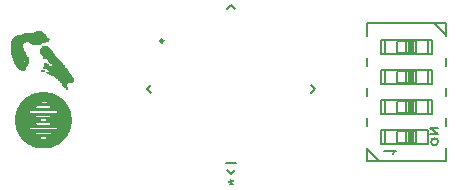
<source format=gbo>
G04 Layer_Color=32896*
%FSLAX44Y44*%
%MOMM*%
G71*
G01*
G75*
%ADD40C,0.2500*%
%ADD41C,0.0254*%
%ADD43C,0.2000*%
%ADD74C,0.1000*%
%ADD75C,0.1524*%
G36*
X436012Y408718D02*
X436053Y408270D01*
X436067Y407904D01*
X436080Y407591D01*
Y407347D01*
X436067Y407198D01*
Y407089D01*
Y407062D01*
X436392Y407306D01*
X436718Y407523D01*
X437031Y407727D01*
X437329Y407890D01*
X437574Y408026D01*
X437764Y408134D01*
X437832Y408175D01*
X437886Y408202D01*
X437927Y408216D01*
X437940Y408230D01*
X438511Y407089D01*
X438103Y406899D01*
X437737Y406722D01*
X437397Y406573D01*
X437099Y406464D01*
X436841Y406369D01*
X436650Y406288D01*
X436528Y406247D01*
X436501D01*
X436488Y406234D01*
X436854Y405948D01*
X437180Y405704D01*
X437452Y405460D01*
X437696Y405270D01*
X437886Y405107D01*
X438035Y404984D01*
X438117Y404903D01*
X438144Y404876D01*
X437261Y403993D01*
X437180Y404075D01*
X437071Y404183D01*
X436868Y404414D01*
X436637Y404699D01*
X436406Y404957D01*
X436202Y405215D01*
X436107Y405310D01*
X436026Y405419D01*
X435958Y405487D01*
X435917Y405555D01*
X435877Y405595D01*
X435863Y405609D01*
X435768Y405324D01*
X435646Y405011D01*
X435523Y404672D01*
X435388Y404373D01*
X435252Y404075D01*
X435198Y403939D01*
X435157Y403844D01*
X435116Y403749D01*
X435075Y403681D01*
X435062Y403640D01*
X435048Y403627D01*
X433921Y404210D01*
X434315Y404876D01*
X434505Y405174D01*
X434682Y405460D01*
X434831Y405690D01*
X434940Y405881D01*
X434980Y405948D01*
X435021Y405989D01*
X435035Y406030D01*
X435048Y406044D01*
X434804D01*
X434464Y406057D01*
X434125Y406071D01*
X433772Y406098D01*
X433432Y406138D01*
X433161Y406166D01*
X432971D01*
X432930Y406179D01*
X432903D01*
X433106Y407415D01*
X433432Y407361D01*
X433772Y407293D01*
X434111Y407198D01*
X434437Y407116D01*
X434736Y407035D01*
X434980Y406953D01*
X435075Y406940D01*
X435143Y406926D01*
X435184Y406912D01*
X435198Y406899D01*
X435075Y407374D01*
X434967Y407781D01*
X434899Y408148D01*
X434831Y408460D01*
X434777Y408705D01*
X434736Y408881D01*
Y408990D01*
X434722Y409031D01*
X435971Y409248D01*
X436012Y408718D01*
D02*
G37*
D40*
X378273Y526092D02*
G03*
X378273Y526092I-1250J0D01*
G01*
D41*
X273812Y435773D02*
X279146D01*
X272034Y436027D02*
X280924D01*
X270764Y436281D02*
X281940D01*
X269748Y436535D02*
X282956D01*
X268986Y436789D02*
X283718D01*
X268224Y437043D02*
X284480D01*
X267462Y437297D02*
X285242D01*
X266954Y437551D02*
X285750D01*
X266446Y437805D02*
X286258D01*
X265938Y438059D02*
X287020D01*
X265430Y438313D02*
X287528D01*
X264922Y438567D02*
X287782D01*
X264414Y438821D02*
X288290D01*
X264160Y439075D02*
X288798D01*
X263652Y439329D02*
X289052D01*
X263144Y439583D02*
X289560D01*
X262890Y439837D02*
X289814D01*
X262636Y440091D02*
X290322D01*
X262128Y440345D02*
X290576D01*
X261874Y440599D02*
X290830D01*
X261620Y440853D02*
X291338D01*
X261112Y441107D02*
X291592D01*
X260858Y441361D02*
X291846D01*
X260604Y441615D02*
X292100D01*
X260350Y441869D02*
X292354D01*
X260096Y442123D02*
X292608D01*
X259842Y442377D02*
X292862D01*
X259588Y442631D02*
X293116D01*
X259334Y442885D02*
X293370D01*
X278638Y443139D02*
X293624D01*
X259080D02*
X274320D01*
X278892Y443393D02*
X293878D01*
X258826D02*
X273812D01*
X279146Y443647D02*
X294132D01*
X258572D02*
X273558D01*
X279146Y443901D02*
X294386D01*
X258318D02*
X273558D01*
X279146Y444155D02*
X294640D01*
X258064D02*
X273558D01*
X279146Y444409D02*
X294894D01*
X258064D02*
X273558D01*
X279146Y444663D02*
X294894D01*
X257810D02*
X273812D01*
X278892Y444917D02*
X295148D01*
X257556D02*
X274066D01*
X257302Y445171D02*
X295402D01*
X257302Y445425D02*
X295656D01*
X257048Y445679D02*
X295656D01*
X256794Y445933D02*
X295910D01*
X256794Y446187D02*
X296164D01*
X256540Y446441D02*
X296164D01*
X256286Y446695D02*
X296418D01*
X256286Y446949D02*
X296672D01*
X282448Y447203D02*
X296672D01*
X256032D02*
X270510D01*
X282702Y447457D02*
X296926D01*
X255778D02*
X270002D01*
X282956Y447711D02*
X296926D01*
X255778D02*
X270002D01*
X282956Y447965D02*
X297180D01*
X255524D02*
X269748D01*
X282956Y448219D02*
X297180D01*
X255524D02*
X269748D01*
X282956Y448473D02*
X297434D01*
X255270D02*
X270002D01*
X282702Y448727D02*
X297434D01*
X255270D02*
X270002D01*
X282448Y448981D02*
X297688D01*
X255016D02*
X270256D01*
X255016Y449235D02*
X297688D01*
X254762Y449489D02*
X297942D01*
X254762Y449743D02*
X297942D01*
X254762Y449997D02*
X298196D01*
X254508Y450251D02*
X298196D01*
X254508Y450505D02*
X298450D01*
X254254Y450759D02*
X298450D01*
X254254Y451013D02*
X298450D01*
X288036Y451267D02*
X298704D01*
X254254D02*
X264922D01*
X288290Y451521D02*
X298704D01*
X254000D02*
X264414D01*
X288290Y451775D02*
X298704D01*
X254000D02*
X264414D01*
X288544Y452029D02*
X298958D01*
X254000D02*
X264414D01*
X288544Y452283D02*
X298958D01*
X253746D02*
X264414D01*
X288290Y452537D02*
X298958D01*
X253746D02*
X264414D01*
X288290Y452791D02*
X299212D01*
X253746D02*
X264414D01*
X288036Y453045D02*
X299212D01*
X253492D02*
X264922D01*
X253492Y453299D02*
X299212D01*
X253492Y453553D02*
X299212D01*
X253492Y453807D02*
X299466D01*
X253238Y454061D02*
X299466D01*
X253238Y454315D02*
X299466D01*
X253238Y454569D02*
X299466D01*
X253238Y454823D02*
X299466D01*
X253238Y455077D02*
X299720D01*
X282448Y455331D02*
X299720D01*
X253238D02*
X270256D01*
X282702Y455585D02*
X299720D01*
X252984D02*
X270002D01*
X282956Y455839D02*
X299720D01*
X252984D02*
X270002D01*
X282956Y456093D02*
X299720D01*
X252984D02*
X269748D01*
X282956Y456347D02*
X299720D01*
X252984D02*
X269748D01*
X282956Y456601D02*
X299720D01*
X252984D02*
X270002D01*
X282702Y456855D02*
X299974D01*
X252984D02*
X270002D01*
X282194Y457109D02*
X299974D01*
X252984D02*
X270510D01*
X252984Y457363D02*
X299974D01*
X252984Y457617D02*
X299974D01*
X252984Y457871D02*
X299974D01*
X252730Y458125D02*
X299974D01*
X278892Y458379D02*
X299974D01*
X252730D02*
X274066D01*
X279146Y458633D02*
X299974D01*
X252730D02*
X273812D01*
X279146Y458887D02*
X299974D01*
X252730D02*
X273558D01*
X279146Y459141D02*
X299974D01*
X252730D02*
X273558D01*
X279146Y459395D02*
X299974D01*
X252730D02*
X273558D01*
X279146Y459649D02*
X299974D01*
X252730D02*
X273558D01*
X278892Y459903D02*
X299974D01*
X252730D02*
X273812D01*
X278638Y460157D02*
X299974D01*
X252730D02*
X274320D01*
X252730Y460411D02*
X299974D01*
X252984Y460665D02*
X299974D01*
X252984Y460919D02*
X299974D01*
X252984Y461173D02*
X299974D01*
X282448Y461427D02*
X299974D01*
X252984D02*
X270256D01*
X282702Y461681D02*
X299720D01*
X252984D02*
X270002D01*
X282956Y461935D02*
X299720D01*
X252984D02*
X270002D01*
X282956Y462189D02*
X299720D01*
X252984D02*
X269748D01*
X282956Y462443D02*
X299720D01*
X252984D02*
X269748D01*
X282702Y462697D02*
X299720D01*
X252984D02*
X270002D01*
X282702Y462951D02*
X299720D01*
X252984D02*
X270256D01*
X282194Y463205D02*
X299720D01*
X253238D02*
X270510D01*
X253238Y463459D02*
X299720D01*
X253238Y463713D02*
X299466D01*
X253238Y463967D02*
X299466D01*
X253238Y464221D02*
X299466D01*
X253492Y464475D02*
X299466D01*
X253492Y464729D02*
X299212D01*
X253492Y464983D02*
X299212D01*
X253492Y465237D02*
X299212D01*
X288036Y465491D02*
X299212D01*
X253746D02*
X264668D01*
X288290Y465745D02*
X298958D01*
X253746D02*
X264414D01*
X288544Y465999D02*
X298958D01*
X253746D02*
X264414D01*
X288544Y466253D02*
X298958D01*
X253746D02*
X264414D01*
X288544Y466507D02*
X298958D01*
X254000D02*
X264414D01*
X288290Y466761D02*
X298704D01*
X254000D02*
X264414D01*
X288036Y467015D02*
X298704D01*
X254000D02*
X264668D01*
X254254Y467269D02*
X298704D01*
X254254Y467523D02*
X298450D01*
X254508Y467777D02*
X298450D01*
X254508Y468031D02*
X298196D01*
X254508Y468285D02*
X298196D01*
X254762Y468539D02*
X298196D01*
X254762Y468793D02*
X297942D01*
X255016Y469047D02*
X297942D01*
X282194Y469301D02*
X297688D01*
X255016D02*
X270510D01*
X282702Y469555D02*
X297688D01*
X255270D02*
X270256D01*
X282702Y469809D02*
X297434D01*
X255270D02*
X270002D01*
X282956Y470063D02*
X297434D01*
X255524D02*
X269748D01*
X282956Y470317D02*
X297180D01*
X255524D02*
X269748D01*
X282956Y470571D02*
X297180D01*
X255778D02*
X270002D01*
X282702Y470825D02*
X296926D01*
X255778D02*
X270002D01*
X282448Y471079D02*
X296926D01*
X256032D02*
X270256D01*
X256032Y471333D02*
X296672D01*
X256286Y471587D02*
X296418D01*
X256540Y471841D02*
X296418D01*
X256540Y472095D02*
X296164D01*
X256794Y472349D02*
X295910D01*
X257048Y472603D02*
X295910D01*
X257048Y472857D02*
X295656D01*
X257302Y473111D02*
X295402D01*
X279400Y473365D02*
X295402D01*
X257556D02*
X275082D01*
X279908Y473619D02*
X295148D01*
X257810D02*
X274828D01*
X280162Y473873D02*
X294894D01*
X257810D02*
X274574D01*
X280162Y474127D02*
X294640D01*
X258064D02*
X274574D01*
X280162Y474381D02*
X294386D01*
X258318D02*
X274574D01*
X280162Y474635D02*
X294386D01*
X258572D02*
X274574D01*
X279908Y474889D02*
X294132D01*
X258826D02*
X274574D01*
X279654Y475143D02*
X293878D01*
X259080D02*
X274828D01*
X259080Y475397D02*
X293624D01*
X259334Y475651D02*
X293370D01*
X259588Y475905D02*
X293116D01*
X259842Y476159D02*
X292862D01*
X260096Y476413D02*
X292608D01*
X260604Y476667D02*
X292354D01*
X260858Y476921D02*
X292100D01*
X261112Y477175D02*
X291592D01*
X261366Y477429D02*
X291338D01*
X261620Y477683D02*
X291084D01*
X262128Y477937D02*
X290830D01*
X262382Y478191D02*
X290322D01*
X262636Y478445D02*
X290068D01*
X263144Y478699D02*
X289814D01*
X263398Y478953D02*
X289306D01*
X263906Y479207D02*
X289052D01*
X264160Y479461D02*
X288544D01*
X264668Y479715D02*
X288036D01*
X265176Y479969D02*
X287528D01*
X265684Y480223D02*
X287274D01*
X266192Y480477D02*
X286512D01*
X266700Y480731D02*
X286004D01*
X267208Y480985D02*
X285496D01*
X267970Y481239D02*
X284734D01*
X268732Y481493D02*
X284226D01*
X269494Y481747D02*
X283464D01*
X270256Y482001D02*
X282448D01*
X271272Y482255D02*
X281432D01*
X272796Y482509D02*
X279908D01*
X275844Y482763D02*
X276860D01*
X296164Y485557D02*
X297180D01*
X296164Y485811D02*
X297180D01*
X295656Y486065D02*
X297180D01*
X295656Y486319D02*
X296418D01*
X295656Y486573D02*
X296418D01*
X294894Y486827D02*
X296418D01*
X294894Y487081D02*
X295910D01*
X294386Y487335D02*
X295910D01*
X294386Y487589D02*
X295910D01*
X294386Y487843D02*
X295910D01*
X293624Y488097D02*
X295910D01*
X293624Y488351D02*
X295910D01*
X293624Y488605D02*
X295910D01*
X292862Y488859D02*
X295910D01*
X292862Y489113D02*
X295910D01*
X292862Y489367D02*
X295910D01*
X292862Y489621D02*
X295910D01*
X292862Y489875D02*
X295910D01*
X292862Y490129D02*
X297180D01*
X292862Y490383D02*
X297180D01*
X292862Y490637D02*
X297180D01*
X291592Y490891D02*
X298450D01*
X291592Y491145D02*
X298450D01*
X291084Y491399D02*
X300990D01*
X290830Y491653D02*
X301244D01*
X290830Y491907D02*
X301244D01*
X290830Y492161D02*
X301752D01*
X291084Y492415D02*
X301752D01*
X290830Y492669D02*
X301752D01*
X289560Y492923D02*
X301752D01*
X289560Y493177D02*
X301752D01*
X289052Y493431D02*
X301752D01*
X289052Y493685D02*
X301752D01*
X289052Y493939D02*
X301752D01*
X297180Y494193D02*
X301752D01*
X289052D02*
X296418D01*
X297180Y494447D02*
X301752D01*
X289052D02*
X296418D01*
X297180Y494701D02*
X301752D01*
X288798D02*
X296418D01*
X297180Y494955D02*
X301244D01*
X287528D02*
X296418D01*
X297180Y495209D02*
X300990D01*
X287528D02*
X296418D01*
X297180Y495463D02*
X300736D01*
X287020D02*
X296672D01*
X287020Y495717D02*
X300482D01*
X287020Y495971D02*
X300482D01*
X296418Y496225D02*
X300482D01*
X287528D02*
X295656D01*
X285496D02*
X287020D01*
X296418Y496479D02*
X300482D01*
X287528D02*
X295656D01*
X285496D02*
X287020D01*
X296418Y496733D02*
X300482D01*
X284226D02*
X295656D01*
X284226Y496987D02*
X299974D01*
X284226Y497241D02*
X299974D01*
X283464D02*
X283718D01*
X285496Y497495D02*
X299974D01*
X284226D02*
X284988D01*
X283210D02*
X283718D01*
X285750Y497749D02*
X299212D01*
X284226D02*
X284988D01*
X282956D02*
X283718D01*
X285750Y498003D02*
X299212D01*
X284226D02*
X284988D01*
X282702D02*
X283718D01*
X292354Y498257D02*
X298450D01*
X281432D02*
X291846D01*
X292354Y498511D02*
X298450D01*
X281432D02*
X291592D01*
X292354Y498765D02*
X298450D01*
X282448D02*
X291592D01*
X280162D02*
X282194D01*
X282956Y499019D02*
X297688D01*
X280162D02*
X282194D01*
X282956Y499273D02*
X297688D01*
X280162D02*
X282194D01*
X280670Y499527D02*
X297688D01*
X278892D02*
X279654D01*
X282194Y499781D02*
X297688D01*
X278892D02*
X279654D01*
X282194Y500035D02*
X297688D01*
X278892D02*
X279654D01*
X295656Y500289D02*
X297688D01*
X293878D02*
X295148D01*
X291084D02*
X293116D01*
X282194D02*
X290322D01*
X276860D02*
X277622D01*
X295910Y500543D02*
X297688D01*
X293878D02*
X294894D01*
X291084D02*
X293116D01*
X282194D02*
X290322D01*
X276860D02*
X277622D01*
X295910Y500797D02*
X297434D01*
X293624D02*
X295148D01*
X291084D02*
X293116D01*
X281686D02*
X290322D01*
X274828D02*
X277622D01*
X281686Y501051D02*
X297180D01*
X274828D02*
X277114D01*
X259334D02*
X260096D01*
X258318D02*
X259080D01*
X281686Y501305D02*
X297180D01*
X274828D02*
X277114D01*
X258064D02*
X259842D01*
X296672Y501559D02*
X297180D01*
X289052D02*
X296418D01*
X280924D02*
X288290D01*
X274828D02*
X277114D01*
X257810D02*
X260096D01*
X289052Y501813D02*
X296418D01*
X280924D02*
X288290D01*
X257048D02*
X260096D01*
X289052Y502067D02*
X296418D01*
X280416D02*
X288290D01*
X258064D02*
X260604D01*
X256540D02*
X257810D01*
X293624Y502321D02*
X295910D01*
X287020D02*
X293116D01*
X280162D02*
X286258D01*
X256286D02*
X260604D01*
X293878Y502575D02*
X295910D01*
X287020D02*
X293116D01*
X280162D02*
X286258D01*
X256286D02*
X260858D01*
X293878Y502829D02*
X295910D01*
X287020D02*
X293116D01*
X279146D02*
X286258D01*
X276860D02*
X277876D01*
X259842D02*
X260858D01*
X257556D02*
X259588D01*
X256032D02*
X257302D01*
X276860Y503083D02*
X295148D01*
X255524D02*
X261366D01*
X287782Y503337D02*
X294894D01*
X276860D02*
X287528D01*
X255778D02*
X261620D01*
X287782Y503591D02*
X293878D01*
X276860D02*
X287020D01*
X259080D02*
X261366D01*
X255270D02*
X258826D01*
X287782Y503845D02*
X293878D01*
X276860D02*
X287020D01*
X257556D02*
X261366D01*
X255270D02*
X257302D01*
X254762D02*
X255016D01*
X289814Y504099D02*
X293878D01*
X287782D02*
X289560D01*
X276860D02*
X287020D01*
X254762D02*
X261620D01*
X292354Y504353D02*
X293878D01*
X290322D02*
X291592D01*
X282702D02*
X289560D01*
X277368D02*
X281178D01*
X254508D02*
X262128D01*
X292354Y504607D02*
X293878D01*
X290322D02*
X291592D01*
X282956D02*
X289560D01*
X277622D02*
X281178D01*
X261620D02*
X262128D01*
X259842D02*
X261366D01*
X257556D02*
X259588D01*
X255778D02*
X257302D01*
X254254D02*
X255524D01*
X292354Y504861D02*
X293878D01*
X290322D02*
X292100D01*
X288290D02*
X290068D01*
X282956D02*
X287782D01*
X277622D02*
X281178D01*
X260858D02*
X262128D01*
X259080D02*
X260604D01*
X253746D02*
X258826D01*
X288544Y505115D02*
X293878D01*
X283718D02*
X287528D01*
X277622D02*
X280416D01*
X261620D02*
X261874D01*
X254000D02*
X261366D01*
X288290Y505369D02*
X293878D01*
X283718D02*
X287782D01*
X277622D02*
X280416D01*
X258318D02*
X262382D01*
X253492D02*
X258064D01*
X291084Y505623D02*
X293370D01*
X285496D02*
X290322D01*
X283718D02*
X284988D01*
X277622D02*
X280416D01*
X261620D02*
X262636D01*
X258064D02*
X261366D01*
X257556D02*
X257810D01*
X255778D02*
X257302D01*
X253492D02*
X255524D01*
X291084Y505877D02*
X293116D01*
X286004D02*
X290322D01*
X283718D02*
X284988D01*
X277622D02*
X280416D01*
X253492D02*
X262636D01*
X291084Y506131D02*
X292862D01*
X286258D02*
X290322D01*
X283718D02*
X284988D01*
X277622D02*
X280416D01*
X253238D02*
X262636D01*
X286258Y506385D02*
X292608D01*
X283718D02*
X285496D01*
X277622D02*
X279146D01*
X261620D02*
X262636D01*
X254000D02*
X261366D01*
X252984D02*
X253746D01*
X286512Y506639D02*
X292354D01*
X283718D02*
X285750D01*
X277622D02*
X278892D01*
X260858D02*
X262636D01*
X252730D02*
X260604D01*
X289052Y506893D02*
X292354D01*
X282956D02*
X288290D01*
X277622D02*
X278638D01*
X259842D02*
X262636D01*
X258826D02*
X259588D01*
X257556D02*
X258572D01*
X252730D02*
X257302D01*
X252222D02*
X252476D01*
X289052Y507147D02*
X292354D01*
X282956D02*
X288290D01*
X277622D02*
X278384D01*
X262382D02*
X262890D01*
X260096D02*
X262128D01*
X256540D02*
X259842D01*
X252222D02*
X256286D01*
X289052Y507401D02*
X292354D01*
X282702D02*
X288290D01*
X277622D02*
X278384D01*
X256286D02*
X263398D01*
X255778D02*
X256032D01*
X254000D02*
X255524D01*
X251968D02*
X253746D01*
X282194Y507655D02*
X291846D01*
X251968D02*
X263398D01*
X282194Y507909D02*
X291846D01*
X257556D02*
X263398D01*
X255778D02*
X257302D01*
X251968D02*
X255524D01*
X286766Y508163D02*
X291846D01*
X283972D02*
X286512D01*
X281686D02*
X283718D01*
X260858D02*
X263398D01*
X252222D02*
X260604D01*
X287020Y508417D02*
X291084D01*
X284226D02*
X286258D01*
X281686D02*
X283718D01*
X260858D02*
X263398D01*
X252222D02*
X260096D01*
X287020Y508671D02*
X291084D01*
X284226D02*
X286258D01*
X281686D02*
X283718D01*
X261620D02*
X263652D01*
X261112D02*
X261366D01*
X259334D02*
X259842D01*
X257556D02*
X259080D01*
X252222D02*
X257302D01*
X280924Y508925D02*
X290576D01*
X261874D02*
X264160D01*
X261366D02*
X261620D01*
X256540D02*
X258826D01*
X251968D02*
X256286D01*
X280924Y509179D02*
X290576D01*
X263398D02*
X264160D01*
X262382D02*
X263144D01*
X261620D02*
X261874D01*
X257048D02*
X258572D01*
X254000D02*
X256032D01*
X251714D02*
X253746D01*
X280924Y509433D02*
X290322D01*
X261620D02*
X264160D01*
X257302D02*
X259080D01*
X251460D02*
X256286D01*
X280924Y509687D02*
X289814D01*
X262890D02*
X264160D01*
X252222D02*
X255524D01*
X251460D02*
X251968D01*
X280924Y509941D02*
X289814D01*
X262890D02*
X264160D01*
X252222D02*
X255524D01*
X251460D02*
X251968D01*
X285496Y510195D02*
X289814D01*
X280416D02*
X284988D01*
X261874D02*
X264160D01*
X259842D02*
X260604D01*
X258318D02*
X259080D01*
X250952D02*
X255270D01*
X285750Y510449D02*
X289052D01*
X280162D02*
X284988D01*
X263398D02*
X264160D01*
X261874D02*
X263144D01*
X258318D02*
X260604D01*
X251206D02*
X255016D01*
X285750Y510703D02*
X289052D01*
X280162D02*
X284988D01*
X261620D02*
X264160D01*
X258064D02*
X260858D01*
X250952D02*
X255524D01*
X279654Y510957D02*
X289052D01*
X261366D02*
X263652D01*
X260350D02*
X261112D01*
X259842D02*
X260096D01*
X259334D02*
X259588D01*
X258826D02*
X259080D01*
X258064D02*
X258572D01*
X257048D02*
X257810D01*
X254508D02*
X256794D01*
X254000D02*
X254254D01*
X252222D02*
X253746D01*
X250698D02*
X251968D01*
X279654Y511211D02*
X288544D01*
X262636D02*
X263398D01*
X250952D02*
X262382D01*
X276860Y511465D02*
X288290D01*
X250698D02*
X263398D01*
X276860Y511719D02*
X287782D01*
X259588D02*
X263398D01*
X257810D02*
X259334D01*
X250698D02*
X257556D01*
X276860Y511973D02*
X287782D01*
X250698D02*
X263398D01*
X276098Y512227D02*
X287782D01*
X261620D02*
X263398D01*
X259842D02*
X261366D01*
X250698D02*
X259588D01*
X276098Y512481D02*
X287782D01*
X254762D02*
X262636D01*
X250444D02*
X254508D01*
X276098Y512735D02*
X287782D01*
X255270D02*
X262382D01*
X251206D02*
X255016D01*
X250190D02*
X250952D01*
X276098Y512989D02*
X286512D01*
X261620D02*
X262382D01*
X260858D02*
X261366D01*
X260350D02*
X260604D01*
X259080D02*
X260096D01*
X250190D02*
X258826D01*
X276098Y513243D02*
X286512D01*
X261620D02*
X262382D01*
X250444D02*
X261366D01*
X276098Y513497D02*
X286512D01*
X257810D02*
X262382D01*
X256032D02*
X257556D01*
X250190D02*
X255778D01*
X275844Y513751D02*
X285750D01*
X261620D02*
X262382D01*
X260604D02*
X261112D01*
X259842D02*
X260350D01*
X250190D02*
X259588D01*
X275590Y514005D02*
X285750D01*
X262128D02*
X262382D01*
X259842D02*
X261874D01*
X258064D02*
X259588D01*
X250444D02*
X257810D01*
X275590Y514259D02*
X285750D01*
X256540D02*
X261620D01*
X249936D02*
X256286D01*
X275590Y514513D02*
X285750D01*
X256286D02*
X261366D01*
X254000D02*
X256032D01*
X252984D02*
X253746D01*
X252222D02*
X252730D01*
X251206D02*
X251968D01*
X249936D02*
X250952D01*
X249428D02*
X249682D01*
X275590Y514767D02*
X285750D01*
X260858D02*
X261620D01*
X259842D02*
X260096D01*
X259080D02*
X259588D01*
X254762D02*
X258826D01*
X254000D02*
X254508D01*
X249428D02*
X253746D01*
X274828Y515021D02*
X285242D01*
X260350D02*
X261366D01*
X259842D02*
X260096D01*
X258064D02*
X259588D01*
X257048D02*
X257810D01*
X256286D02*
X256794D01*
X249428D02*
X256032D01*
X274828Y515275D02*
X284988D01*
X249428D02*
X261366D01*
X274320Y515529D02*
X284988D01*
X260604D02*
X261112D01*
X259842D02*
X260350D01*
X258826D02*
X259588D01*
X254000D02*
X258572D01*
X249428D02*
X253746D01*
X274320Y515783D02*
X284480D01*
X259842D02*
X260858D01*
X258064D02*
X259588D01*
X257048D02*
X257810D01*
X254000D02*
X256794D01*
X252222D02*
X253746D01*
X250444D02*
X251968D01*
X249428D02*
X250190D01*
X274320Y516037D02*
X284480D01*
X249428D02*
X260858D01*
X274320Y516291D02*
X284480D01*
X249428D02*
X260350D01*
X274320Y516545D02*
X283718D01*
X259842D02*
X260858D01*
X259080D02*
X259588D01*
X254762D02*
X258826D01*
X254000D02*
X254508D01*
X252984D02*
X253746D01*
X252222D02*
X252730D01*
X249428D02*
X251968D01*
X274320Y516799D02*
X283718D01*
X260350D02*
X260604D01*
X259842D02*
X260096D01*
X249428D02*
X259588D01*
X274320Y517053D02*
X283718D01*
X249428D02*
X260350D01*
X274320Y517307D02*
X283718D01*
X258826D02*
X260096D01*
X254000D02*
X258572D01*
X252222D02*
X253746D01*
X249428D02*
X251968D01*
X274320Y517561D02*
X283718D01*
X258826D02*
X260096D01*
X258064D02*
X258572D01*
X256794D02*
X257556D01*
X256032D02*
X256540D01*
X254000D02*
X255778D01*
X252222D02*
X253746D01*
X250444D02*
X251968D01*
X249428D02*
X250190D01*
X274320Y517815D02*
X282956D01*
X257810D02*
X259842D01*
X256032D02*
X257556D01*
X249428D02*
X255778D01*
X274320Y518069D02*
X282956D01*
X249428D02*
X259842D01*
X274320Y518323D02*
X282448D01*
X259080D02*
X259588D01*
X258064D02*
X258572D01*
X254000D02*
X257810D01*
X252984D02*
X253746D01*
X252222D02*
X252730D01*
X251206D02*
X251968D01*
X250444D02*
X250952D01*
X249428D02*
X250190D01*
X274320Y518577D02*
X282448D01*
X258826D02*
X259588D01*
X249428D02*
X258572D01*
X274320Y518831D02*
X282448D01*
X249428D02*
X259588D01*
X274828Y519085D02*
X281940D01*
X258826D02*
X259588D01*
X258064D02*
X258572D01*
X254000D02*
X257810D01*
X252222D02*
X253746D01*
X250444D02*
X251968D01*
X249428D02*
X250190D01*
X274828Y519339D02*
X281432D01*
X257810D02*
X259588D01*
X256032D02*
X257556D01*
X254254D02*
X255778D01*
X252222D02*
X254000D01*
X250444D02*
X251968D01*
X249428D02*
X250190D01*
X274828Y519593D02*
X281178D01*
X259334D02*
X259588D01*
X257810D02*
X259080D01*
X256032D02*
X257556D01*
X249428D02*
X255778D01*
X274828Y519847D02*
X281178D01*
X249428D02*
X258572D01*
X274828Y520101D02*
X281178D01*
X258064D02*
X258826D01*
X252984D02*
X257810D01*
X251206D02*
X252730D01*
X249428D02*
X250952D01*
X280670Y520355D02*
X280924D01*
X275336D02*
X280416D01*
X249428D02*
X258826D01*
X275590Y520609D02*
X280416D01*
X249428D02*
X258572D01*
X275590Y520863D02*
X280162D01*
X258064D02*
X258826D01*
X257048D02*
X257810D01*
X254000D02*
X256794D01*
X252222D02*
X253746D01*
X250444D02*
X251968D01*
X249428D02*
X250190D01*
X275590Y521117D02*
X279908D01*
X258064D02*
X258572D01*
X249428D02*
X257810D01*
X275590Y521371D02*
X279654D01*
X249428D02*
X258826D01*
X275590Y521625D02*
X279654D01*
X249428D02*
X258572D01*
X258064Y521879D02*
X258826D01*
X252984D02*
X257810D01*
X249428D02*
X252730D01*
X249428Y522133D02*
X258826D01*
X249428Y522387D02*
X258572D01*
X249428Y522641D02*
X258572D01*
X249428Y522895D02*
X258572D01*
X273050Y523149D02*
X273304D01*
X272542D02*
X272796D01*
X272034D02*
X272288D01*
X270764D02*
X271780D01*
X270256D02*
X270510D01*
X268986D02*
X270002D01*
X268478D02*
X268732D01*
X249428D02*
X258826D01*
X267970Y523403D02*
X273558D01*
X249428D02*
X258572D01*
X267208Y523657D02*
X274066D01*
X249428D02*
X259080D01*
X267462Y523911D02*
X273812D01*
X266954D02*
X267208D01*
X249428D02*
X259334D01*
X266954Y524165D02*
X274320D01*
X265430D02*
X265684D01*
X249428D02*
X259588D01*
X274574Y524419D02*
X274828D01*
X269240D02*
X274320D01*
X267462D02*
X268986D01*
X266954D02*
X267208D01*
X266446D02*
X266700D01*
X265430D02*
X266192D01*
X258064D02*
X259588D01*
X256286D02*
X257810D01*
X255270D02*
X256032D01*
X249428D02*
X255016D01*
X265430Y524673D02*
X274828D01*
X249428D02*
X259588D01*
X272542Y524927D02*
X275082D01*
X270764D02*
X272288D01*
X265176D02*
X270510D01*
X249428D02*
X259842D01*
X278130Y525181D02*
X278384D01*
X277622D02*
X277876D01*
X276352D02*
X277368D01*
X275844D02*
X276098D01*
X274066D02*
X275590D01*
X269240D02*
X273812D01*
X267462D02*
X268986D01*
X265176D02*
X267208D01*
X258064D02*
X260604D01*
X256286D02*
X257810D01*
X249428D02*
X256032D01*
X264922Y525435D02*
X278384D01*
X259080D02*
X260858D01*
X249428D02*
X258826D01*
X264414Y525689D02*
X278384D01*
X255270D02*
X261112D01*
X254000D02*
X255016D01*
X252984D02*
X253746D01*
X252222D02*
X252730D01*
X251206D02*
X251968D01*
X250444D02*
X250952D01*
X249428D02*
X250190D01*
X255524Y525943D02*
X280924D01*
X249682D02*
X255270D01*
X280416Y526197D02*
X280924D01*
X279908D02*
X280162D01*
X279400D02*
X279654D01*
X274066D02*
X279146D01*
X269240D02*
X273812D01*
X267462D02*
X268986D01*
X265684D02*
X267208D01*
X264668D02*
X265430D01*
X263398D02*
X264414D01*
X262890D02*
X263144D01*
X261620D02*
X262636D01*
X261112D02*
X261366D01*
X259842D02*
X260858D01*
X258064D02*
X259588D01*
X249936D02*
X257810D01*
X249936Y526451D02*
X280924D01*
X276098Y526705D02*
X280924D01*
X272542D02*
X275844D01*
X270764D02*
X272288D01*
X254000D02*
X270510D01*
X250190D02*
X253746D01*
X274066Y526959D02*
X280924D01*
X269240D02*
X273812D01*
X259842D02*
X268986D01*
X250190D02*
X259588D01*
X259080Y527213D02*
X280924D01*
X250190D02*
X258826D01*
Y527467D02*
X281178D01*
X257810D02*
X258318D01*
X252222D02*
X257556D01*
X250444D02*
X251968D01*
X280670Y527721D02*
X281178D01*
X278892D02*
X280416D01*
X277876D02*
X278638D01*
X259080D02*
X277622D01*
X250952D02*
X258826D01*
X277622Y527975D02*
X280162D01*
X274066D02*
X277368D01*
X269240D02*
X273812D01*
X267462D02*
X268986D01*
X265684D02*
X267208D01*
X259842D02*
X265430D01*
X259334D02*
X259588D01*
X250698D02*
X259080D01*
X250952Y528229D02*
X280416D01*
X272542Y528483D02*
X279654D01*
X270764D02*
X272288D01*
X259588D02*
X270510D01*
X252222D02*
X259334D01*
X251460D02*
X251968D01*
X274066Y528737D02*
X279654D01*
X271018D02*
X273812D01*
X251460D02*
X270764D01*
X260096Y528991D02*
X279146D01*
X252222D02*
X259842D01*
X277622Y529245D02*
X278892D01*
X276860D02*
X277368D01*
X275844D02*
X276606D01*
X275082D02*
X275590D01*
X274066D02*
X274828D01*
X271018D02*
X273812D01*
X269240D02*
X270764D01*
X262128D02*
X268986D01*
X261366D02*
X261874D01*
X260604D02*
X261112D01*
X259588D02*
X260096D01*
X258826D02*
X259080D01*
X251968D02*
X258572D01*
X264414Y529499D02*
X278638D01*
X263652D02*
X264160D01*
X252222D02*
X263398D01*
X252984Y529753D02*
X278892D01*
X252730Y530007D02*
X278638D01*
X259334Y530261D02*
X278384D01*
X254000D02*
X259080D01*
X253492D02*
X253746D01*
X252984D02*
X253238D01*
X254000Y530515D02*
X278384D01*
X254254Y530769D02*
X278384D01*
X277622Y531023D02*
X278384D01*
X276860D02*
X277368D01*
X275844D02*
X276606D01*
X275082D02*
X275590D01*
X274066D02*
X274828D01*
X271018D02*
X273812D01*
X269240D02*
X270764D01*
X262128D02*
X268986D01*
X259334D02*
X261874D01*
X258318D02*
X259080D01*
X254508D02*
X255524D01*
X258572Y531277D02*
X278130D01*
X258064D02*
X258318D01*
Y531531D02*
X277876D01*
X259588Y531785D02*
X276860D01*
X259588Y532039D02*
X276606D01*
X272542Y532293D02*
X276352D01*
X261874D02*
X272288D01*
X261366D02*
X261620D01*
X260858D02*
X261112D01*
X260096D02*
X260604D01*
X262636Y532547D02*
X276098D01*
X275082Y532801D02*
X275590D01*
X274066D02*
X274828D01*
X271018D02*
X273812D01*
X269240D02*
X270764D01*
X267462D02*
X268986D01*
X266954D02*
X267208D01*
X266446D02*
X266700D01*
X265684D02*
X266192D01*
X265176D02*
X265430D01*
X264668D02*
X264922D01*
X263398D02*
X264414D01*
X262890D02*
X263144D01*
X268224Y533055D02*
X275590D01*
X268732Y533309D02*
X275336D01*
X268986Y533563D02*
X275082D01*
X274066Y533817D02*
X274828D01*
X272796D02*
X273812D01*
X272288D02*
X272542D01*
X271018D02*
X272034D01*
X270256D02*
X270764D01*
X270256Y534071D02*
X274574D01*
X274066Y534325D02*
X274320D01*
X272796D02*
X273812D01*
X272288D02*
X272542D01*
X271018D02*
X272034D01*
X270510D02*
X270764D01*
D43*
X611000Y440490D02*
G03*
X611000Y440490I-3000J0D01*
G01*
X604420Y451920D02*
X610770Y446840D01*
X604420Y451920D02*
X610770D01*
X604420Y446840D02*
X610770D01*
X592000Y515787D02*
Y525613D01*
X590000Y515700D02*
Y525700D01*
X588000Y515700D02*
Y525700D01*
X586000Y515700D02*
Y525700D01*
X592000Y439587D02*
Y449413D01*
X590000Y439500D02*
Y449500D01*
X588000Y439500D02*
Y449500D01*
X586000Y439500D02*
Y449500D01*
X592000Y464987D02*
Y474813D01*
X590000Y464900D02*
Y474900D01*
X588000Y464900D02*
Y474900D01*
X586000Y464900D02*
Y474900D01*
X592000Y490387D02*
Y500213D01*
X590000Y490300D02*
Y500300D01*
X588000Y490300D02*
Y500300D01*
X586000Y490300D02*
Y500300D01*
X550700Y424450D02*
Y435350D01*
Y453650D02*
Y460750D01*
Y479050D02*
Y486150D01*
Y504450D02*
Y511550D01*
X617701Y529850D02*
Y540750D01*
Y504450D02*
Y511550D01*
Y479050D02*
Y486150D01*
Y453650D02*
Y460750D01*
X607701Y540750D02*
X617701Y530750D01*
X566101Y514850D02*
Y526550D01*
X602300Y514850D02*
Y526550D01*
X592593Y516700D02*
Y524700D01*
X585001Y525700D02*
X591592D01*
X584000Y516700D02*
Y524700D01*
X585001Y515700D02*
X591592D01*
X576800Y525950D02*
X591600D01*
X575800Y516450D02*
Y524950D01*
X576800Y515450D02*
X591600D01*
X592598Y516637D02*
X592600Y516700D01*
X592593Y516575D02*
X592598Y516637D01*
X592593Y524825D02*
X592598Y524762D01*
X592600Y524700D01*
Y516700D02*
Y524700D01*
X562651Y514850D02*
X605750D01*
X562651D02*
Y526550D01*
X605750D01*
Y514850D02*
Y526550D01*
X566101Y489450D02*
Y501150D01*
X602300Y489450D02*
Y501150D01*
X592593Y491300D02*
Y499300D01*
X585001Y500300D02*
X591592D01*
X584000Y491300D02*
Y499300D01*
X585001Y490300D02*
X591592D01*
X576800Y500550D02*
X591600D01*
X575800Y491050D02*
Y499550D01*
X576800Y490050D02*
X591600D01*
X592598Y491237D02*
X592600Y491300D01*
X592593Y491175D02*
X592598Y491237D01*
X592593Y499425D02*
X592598Y499362D01*
X592600Y499300D01*
Y491300D02*
Y499300D01*
X562651Y489450D02*
X605750D01*
X562651D02*
Y501150D01*
X605750D01*
Y489450D02*
Y501150D01*
X566101Y464050D02*
Y475750D01*
X602300Y464050D02*
Y475750D01*
X592593Y465900D02*
Y473900D01*
X585001Y474900D02*
X591592D01*
X584000Y465900D02*
Y473900D01*
X585001Y464900D02*
X591592D01*
X576800Y475150D02*
X591600D01*
X575800Y465650D02*
Y474150D01*
X576800Y464650D02*
X591600D01*
X592598Y465838D02*
X592600Y465900D01*
X592593Y465775D02*
X592598Y465838D01*
X592593Y474025D02*
X592598Y473963D01*
X592600Y473900D01*
Y465900D02*
Y473900D01*
X562651Y464050D02*
X605750D01*
X562651D02*
Y475750D01*
X605750D01*
Y464050D02*
Y475750D01*
X566101Y438650D02*
Y450350D01*
X602300Y438650D02*
Y450350D01*
X592593Y440500D02*
Y448500D01*
X585001Y449500D02*
X591592D01*
X584000Y440500D02*
Y448500D01*
X585001Y439500D02*
X591592D01*
X576800Y449750D02*
X591600D01*
X575800Y440250D02*
Y448750D01*
X576800Y439250D02*
X591600D01*
X592598Y440438D02*
X592600Y440500D01*
X592593Y440375D02*
X592598Y440438D01*
X592593Y448625D02*
X592598Y448563D01*
X592600Y448500D01*
Y440500D02*
Y448500D01*
X562651Y438650D02*
X602300D01*
X562651D02*
Y450350D01*
X602300D01*
X550700Y434450D02*
X560700Y424450D01*
X550700D02*
X617701D01*
X550700Y529850D02*
Y540750D01*
X617701D01*
Y424450D02*
Y435350D01*
X573044Y430600D02*
X573520Y431552D01*
X574948Y432980D01*
X564950D01*
D74*
X584000Y516700D02*
G03*
X585000Y515700I1000J0D01*
G01*
Y525700D02*
G03*
X584000Y524700I0J-1000D01*
G01*
X592593D02*
G03*
X591593Y525700I-1000J0D01*
G01*
Y515700D02*
G03*
X592593Y516700I0J1000D01*
G01*
X576800Y525950D02*
G03*
X575800Y524950I0J-1000D01*
G01*
Y516450D02*
G03*
X576800Y515450I1000J0D01*
G01*
X591600D02*
G03*
X592593Y516575I0J1000D01*
G01*
Y524825D02*
G03*
X591600Y525950I-992J125D01*
G01*
X584000Y491300D02*
G03*
X585000Y490300I1000J0D01*
G01*
Y500300D02*
G03*
X584000Y499300I0J-1000D01*
G01*
X592593D02*
G03*
X591593Y500300I-1000J0D01*
G01*
Y490300D02*
G03*
X592593Y491300I0J1000D01*
G01*
X576800Y500550D02*
G03*
X575800Y499550I0J-1000D01*
G01*
Y491050D02*
G03*
X576800Y490050I1000J0D01*
G01*
X591600D02*
G03*
X592593Y491175I0J1000D01*
G01*
Y499425D02*
G03*
X591600Y500550I-992J125D01*
G01*
X584000Y465900D02*
G03*
X585000Y464900I1000J0D01*
G01*
Y474900D02*
G03*
X584000Y473900I0J-1000D01*
G01*
X592593D02*
G03*
X591593Y474900I-1000J0D01*
G01*
Y464900D02*
G03*
X592593Y465900I0J1000D01*
G01*
X576800Y475150D02*
G03*
X575800Y474150I0J-1000D01*
G01*
Y465650D02*
G03*
X576800Y464650I1000J0D01*
G01*
X591600D02*
G03*
X592593Y465775I0J1000D01*
G01*
Y474025D02*
G03*
X591600Y475150I-992J125D01*
G01*
X584000Y440500D02*
G03*
X585000Y439500I1000J0D01*
G01*
Y449500D02*
G03*
X584000Y448500I0J-1000D01*
G01*
X592593D02*
G03*
X591593Y449500I-1000J0D01*
G01*
Y439500D02*
G03*
X592593Y440500I0J1000D01*
G01*
X576800Y449750D02*
G03*
X575800Y448750I0J-1000D01*
G01*
Y440250D02*
G03*
X576800Y439250I1000J0D01*
G01*
X591600D02*
G03*
X592593Y440375I0J1000D01*
G01*
Y448625D02*
G03*
X591600Y449750I-992J125D01*
G01*
D75*
X435610Y413657D02*
X439023Y417070D01*
X503680Y488553D02*
X507093Y485140D01*
X432198Y553210D02*
X435610Y556623D01*
X431659Y422637D02*
X439561D01*
X364127Y485140D02*
X367539Y488553D01*
X435610Y556623D02*
X439023Y553210D01*
X503680Y481728D02*
X507093Y485140D01*
X432198Y417070D02*
X435610Y413657D01*
X364127Y485140D02*
X367539Y481728D01*
M02*

</source>
